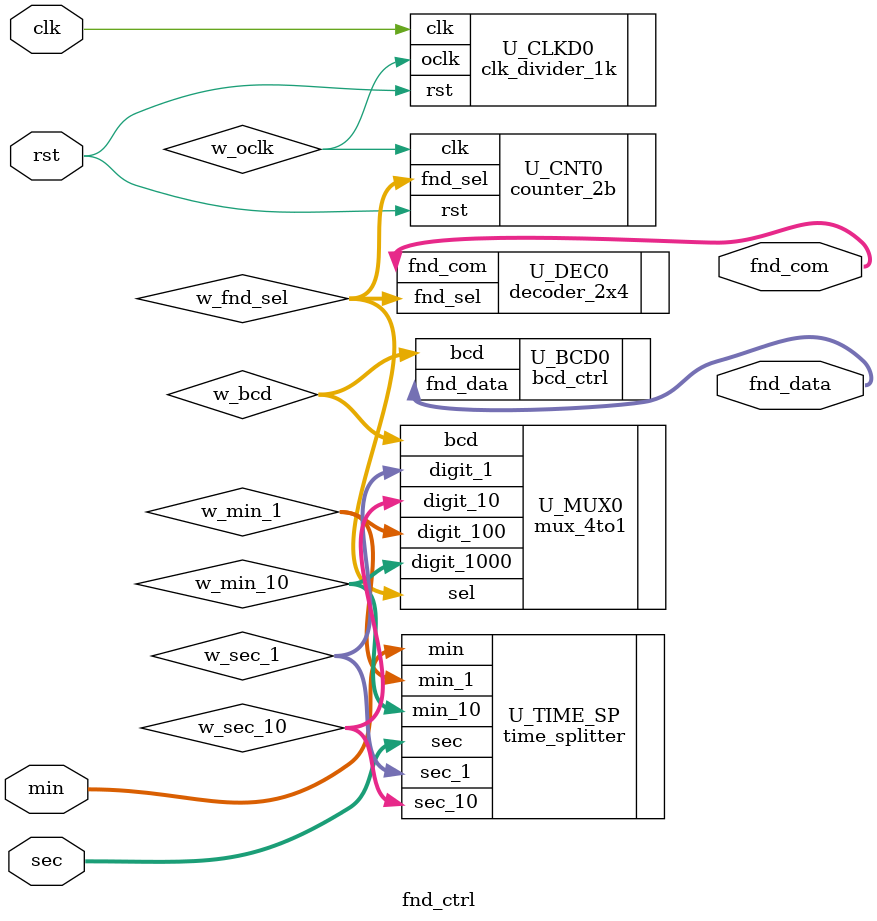
<source format=v>
`timescale 1ns / 1ps


module fnd_ctrl (
    input clk,
    input rst,
    input [7:0] min,
    input [7:0] sec,
    //input [13:0] cnt_data,
    //input [1:0] sel,

    output [7:0] fnd_data,
    output [3:0] fnd_com
);

    wire [3:0] w_bcd;
    wire [3:0] w_min_1, w_min_10, w_sec_1, w_sec_10;
    wire [1:0] w_fnd_sel;
    wire       w_oclk;


    time_splitter U_TIME_SP (
        .min(min),
        .sec(sec),

        .sec_1 (w_sec_1),
        .sec_10(w_sec_10),
        .min_1 (w_min_1),
        .min_10(w_min_10)
    );

    mux_4to1 U_MUX0 (
        .sel(w_fnd_sel),
        .digit_1(w_sec_1),
        .digit_10(w_sec_10),
        .digit_100(w_min_1),
        .digit_1000(w_min_10),
        .bcd(w_bcd)
    );

    bcd_ctrl U_BCD0 (
        .bcd(w_bcd),
        .fnd_data(fnd_data)
    );


    decoder_2x4 U_DEC0 (
        .fnd_sel(w_fnd_sel),
        .fnd_com(fnd_com)
    );


    /*clk_divider_2 U_CLKD0 (
        .clk(clk),
        .rst(rst),

        .oclk(w_oclk)
    );*/

    clk_divider_1k U_CLKD0 (
        .clk(clk),
        .rst(rst),

        .oclk(w_oclk)
    );

    counter_2b U_CNT0 (
        .clk(w_oclk),
        .rst(rst),
        .fnd_sel(w_fnd_sel)
    );
endmodule

</source>
